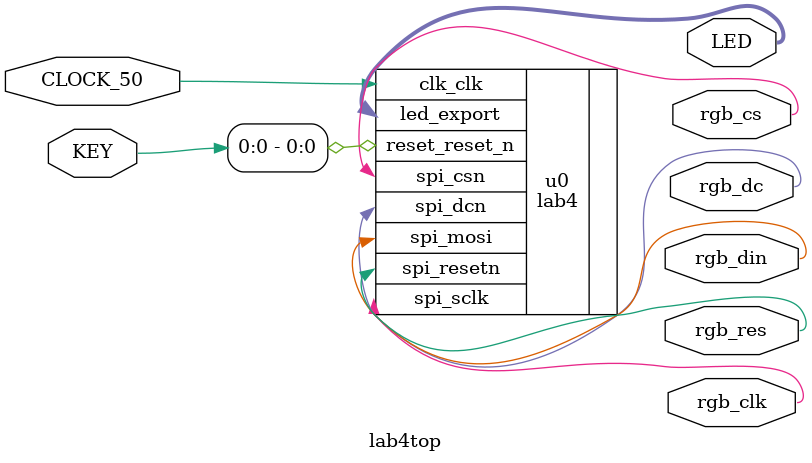
<source format=sv>

module lab4top (
                input logic CLOCK_50,
                output logic [7:0] LED,
                input logic [1:0] KEY,
                output logic rgb_din, rgb_clk, rgb_cs, rgb_dc, rgb_res ) ;
   
   lab4 u0 (
            .clk_clk (CLOCK_50),
            .reset_reset_n (KEY[0]),
            .led_export (LED),
            .spi_sclk (rgb_clk), 
            .spi_mosi (rgb_din), 
            .spi_csn (rgb_cs), 
            .spi_dcn (rgb_dc), 
            .spi_resetn (rgb_res)                       
            );

endmodule

</source>
